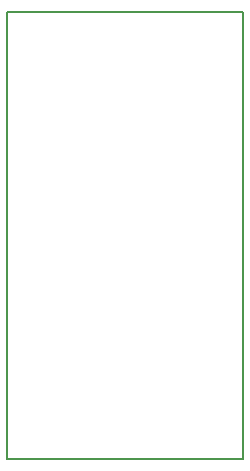
<source format=gbr>
G04 #@! TF.GenerationSoftware,KiCad,Pcbnew,(5.0.0)*
G04 #@! TF.CreationDate,2020-03-09T09:29:50-06:00*
G04 #@! TF.ProjectId,BatteryPack,426174746572795061636B2E6B696361,rev?*
G04 #@! TF.SameCoordinates,Original*
G04 #@! TF.FileFunction,Profile,NP*
%FSLAX46Y46*%
G04 Gerber Fmt 4.6, Leading zero omitted, Abs format (unit mm)*
G04 Created by KiCad (PCBNEW (5.0.0)) date 03/09/20 09:29:50*
%MOMM*%
%LPD*%
G01*
G04 APERTURE LIST*
%ADD10C,0.150000*%
G04 APERTURE END LIST*
D10*
X118270000Y-60960000D02*
X118270000Y-98806000D01*
X138270000Y-60960000D02*
X118270000Y-60960000D01*
X138270000Y-98806000D02*
X138270000Y-60960000D01*
X118270000Y-98806000D02*
X138270000Y-98806000D01*
M02*

</source>
